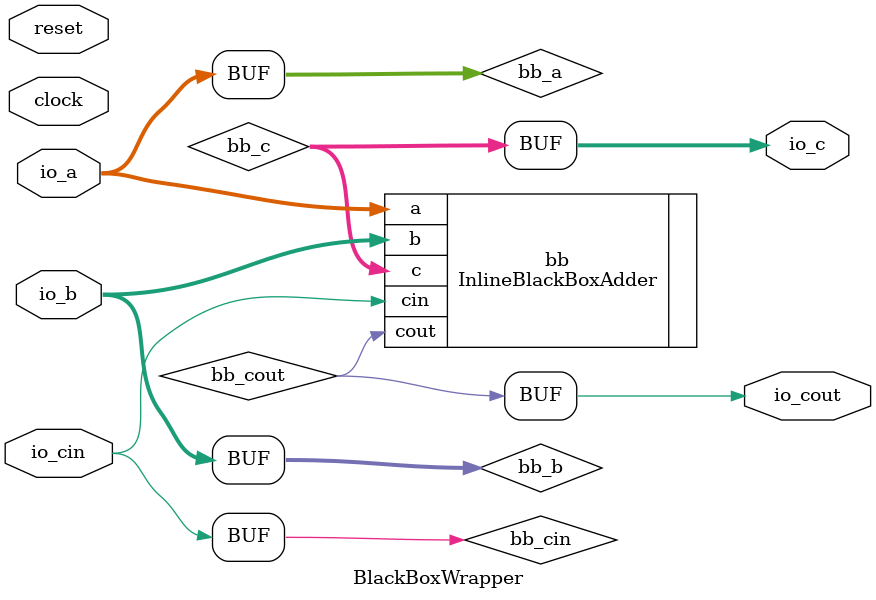
<source format=v>
module BlackBoxWrapper(
  input         clock,
  input         reset,
  input  [31:0] io_a,
  input  [31:0] io_b,
  input         io_cin,
  output [31:0] io_c,
  output        io_cout
);
  wire [31:0] bb_a; // @[BlackBox.scala 54:18]
  wire [31:0] bb_b; // @[BlackBox.scala 54:18]
  wire  bb_cin; // @[BlackBox.scala 54:18]
  wire [31:0] bb_c; // @[BlackBox.scala 54:18]
  wire  bb_cout; // @[BlackBox.scala 54:18]
  InlineBlackBoxAdder bb ( // @[BlackBox.scala 54:18]
    .a(bb_a),
    .b(bb_b),
    .cin(bb_cin),
    .c(bb_c),
    .cout(bb_cout)
  );
  assign io_c = bb_c; // @[BlackBox.scala 55:6]
  assign io_cout = bb_cout; // @[BlackBox.scala 55:6]
  assign bb_a = io_a; // @[BlackBox.scala 55:6]
  assign bb_b = io_b; // @[BlackBox.scala 55:6]
  assign bb_cin = io_cin; // @[BlackBox.scala 55:6]
endmodule

</source>
